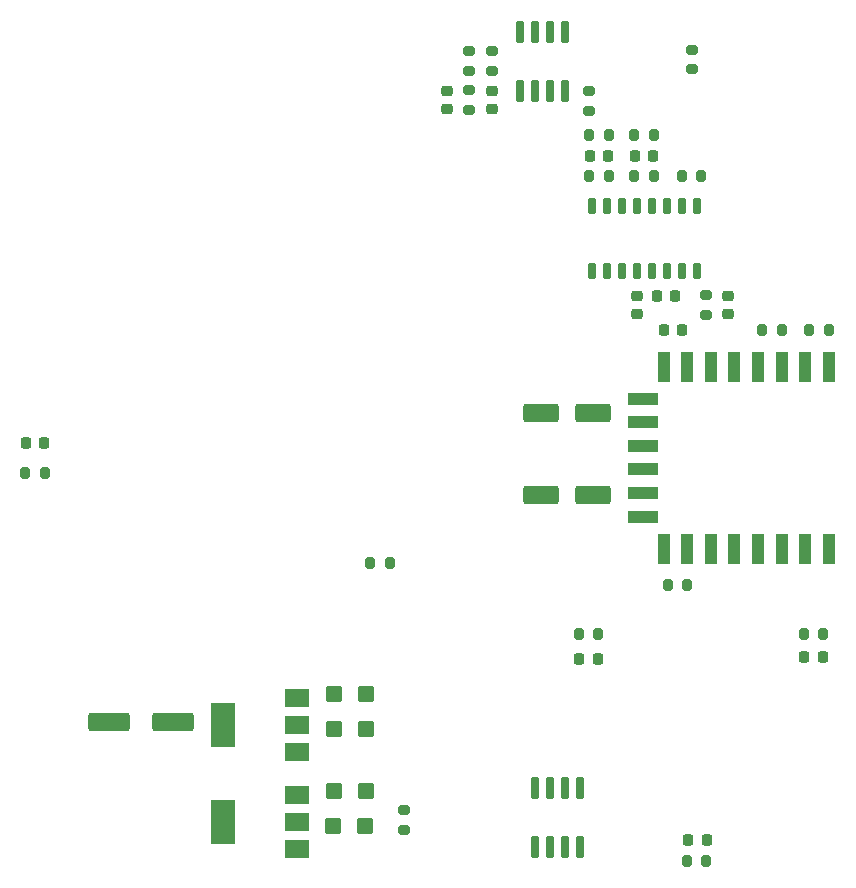
<source format=gtp>
G04 #@! TF.GenerationSoftware,KiCad,Pcbnew,7.0.8*
G04 #@! TF.CreationDate,2024-06-27T14:34:40-03:00*
G04 #@! TF.ProjectId,sensor_module,73656e73-6f72-45f6-9d6f-64756c652e6b,1.0*
G04 #@! TF.SameCoordinates,Original*
G04 #@! TF.FileFunction,Paste,Top*
G04 #@! TF.FilePolarity,Positive*
%FSLAX46Y46*%
G04 Gerber Fmt 4.6, Leading zero omitted, Abs format (unit mm)*
G04 Created by KiCad (PCBNEW 7.0.8) date 2024-06-27 14:34:40*
%MOMM*%
%LPD*%
G01*
G04 APERTURE LIST*
G04 Aperture macros list*
%AMRoundRect*
0 Rectangle with rounded corners*
0 $1 Rounding radius*
0 $2 $3 $4 $5 $6 $7 $8 $9 X,Y pos of 4 corners*
0 Add a 4 corners polygon primitive as box body*
4,1,4,$2,$3,$4,$5,$6,$7,$8,$9,$2,$3,0*
0 Add four circle primitives for the rounded corners*
1,1,$1+$1,$2,$3*
1,1,$1+$1,$4,$5*
1,1,$1+$1,$6,$7*
1,1,$1+$1,$8,$9*
0 Add four rect primitives between the rounded corners*
20,1,$1+$1,$2,$3,$4,$5,0*
20,1,$1+$1,$4,$5,$6,$7,0*
20,1,$1+$1,$6,$7,$8,$9,0*
20,1,$1+$1,$8,$9,$2,$3,0*%
G04 Aperture macros list end*
%ADD10RoundRect,0.200000X-0.275000X0.200000X-0.275000X-0.200000X0.275000X-0.200000X0.275000X0.200000X0*%
%ADD11RoundRect,0.200000X-0.200000X-0.275000X0.200000X-0.275000X0.200000X0.275000X-0.200000X0.275000X0*%
%ADD12RoundRect,0.200000X0.200000X0.275000X-0.200000X0.275000X-0.200000X-0.275000X0.200000X-0.275000X0*%
%ADD13RoundRect,0.250000X-0.450000X-0.425000X0.450000X-0.425000X0.450000X0.425000X-0.450000X0.425000X0*%
%ADD14RoundRect,0.225000X-0.250000X0.225000X-0.250000X-0.225000X0.250000X-0.225000X0.250000X0.225000X0*%
%ADD15RoundRect,0.150000X0.150000X-0.820000X0.150000X0.820000X-0.150000X0.820000X-0.150000X-0.820000X0*%
%ADD16R,2.000000X1.500000*%
%ADD17R,2.000000X3.800000*%
%ADD18R,1.100000X2.500000*%
%ADD19R,2.500000X1.100000*%
%ADD20RoundRect,0.200000X0.275000X-0.200000X0.275000X0.200000X-0.275000X0.200000X-0.275000X-0.200000X0*%
%ADD21RoundRect,0.218750X-0.218750X-0.256250X0.218750X-0.256250X0.218750X0.256250X-0.218750X0.256250X0*%
%ADD22RoundRect,0.225000X-0.225000X-0.250000X0.225000X-0.250000X0.225000X0.250000X-0.225000X0.250000X0*%
%ADD23RoundRect,0.225000X0.250000X-0.225000X0.250000X0.225000X-0.250000X0.225000X-0.250000X-0.225000X0*%
%ADD24RoundRect,0.250000X1.250000X0.550000X-1.250000X0.550000X-1.250000X-0.550000X1.250000X-0.550000X0*%
%ADD25RoundRect,0.225000X0.225000X0.250000X-0.225000X0.250000X-0.225000X-0.250000X0.225000X-0.250000X0*%
%ADD26RoundRect,0.250000X-1.250000X-0.550000X1.250000X-0.550000X1.250000X0.550000X-1.250000X0.550000X0*%
%ADD27RoundRect,0.218750X0.218750X0.256250X-0.218750X0.256250X-0.218750X-0.256250X0.218750X-0.256250X0*%
%ADD28RoundRect,0.250000X-1.500000X-0.550000X1.500000X-0.550000X1.500000X0.550000X-1.500000X0.550000X0*%
%ADD29RoundRect,0.077500X0.232500X-0.577500X0.232500X0.577500X-0.232500X0.577500X-0.232500X-0.577500X0*%
G04 APERTURE END LIST*
D10*
X169672000Y-73914000D03*
X169672000Y-75564000D03*
D11*
X164783000Y-81153000D03*
X166433000Y-81153000D03*
D12*
X161714000Y-123375000D03*
X160064000Y-123375000D03*
D13*
X139285999Y-139644000D03*
X141985999Y-139644000D03*
D14*
X172720000Y-94761000D03*
X172720000Y-96311000D03*
D15*
X155067000Y-77410000D03*
X156337000Y-77410000D03*
X157607000Y-77410000D03*
X158877000Y-77410000D03*
X158877000Y-72450000D03*
X157607000Y-72450000D03*
X156337000Y-72450000D03*
X155067000Y-72450000D03*
D16*
X136246000Y-133364000D03*
X136246000Y-131064000D03*
D17*
X129946000Y-131064000D03*
D16*
X136246000Y-128764000D03*
D18*
X181252500Y-100758000D03*
X179252500Y-100758000D03*
X177252500Y-100758000D03*
X175252500Y-100758000D03*
X173252500Y-100758000D03*
X171252500Y-100758000D03*
X169252500Y-100758000D03*
X167252500Y-100758000D03*
X167252500Y-116158000D03*
X169252500Y-116158000D03*
X171252500Y-116158000D03*
X173252500Y-116158000D03*
X175252500Y-116158000D03*
X177252500Y-116158000D03*
X179252500Y-116158000D03*
X181252500Y-116158000D03*
D19*
X165552500Y-103448000D03*
X165552500Y-105448000D03*
X165552500Y-107448000D03*
X165552500Y-109448000D03*
X165552500Y-111448000D03*
X165552500Y-113448000D03*
D14*
X152712004Y-77410001D03*
X152712004Y-78960001D03*
D20*
X150807006Y-75695000D03*
X150807006Y-74045000D03*
D21*
X160121500Y-125476000D03*
X161696500Y-125476000D03*
D10*
X152712004Y-74045000D03*
X152712004Y-75695000D03*
D12*
X169252504Y-119253000D03*
X167602504Y-119253000D03*
D11*
X142431000Y-117348000D03*
X144081000Y-117348000D03*
D22*
X161023000Y-82889498D03*
X162573000Y-82889498D03*
D23*
X148902003Y-78960001D03*
X148902003Y-77410001D03*
D24*
X161290000Y-104648000D03*
X156890000Y-104648000D03*
D12*
X162623001Y-84625998D03*
X160973001Y-84625998D03*
X170878000Y-142621000D03*
X169228000Y-142621000D03*
D11*
X179134000Y-123375001D03*
X180784000Y-123375001D03*
D15*
X156337000Y-141418000D03*
X157607000Y-141418000D03*
X158877000Y-141418000D03*
X160147000Y-141418000D03*
X160147000Y-136458000D03*
X158877000Y-136458000D03*
X157607000Y-136458000D03*
X156337000Y-136458000D03*
D14*
X164973000Y-94761000D03*
X164973000Y-96311000D03*
D13*
X139365999Y-131389000D03*
X142065999Y-131389000D03*
D25*
X166383000Y-82889498D03*
X164833000Y-82889498D03*
D10*
X145288000Y-138303000D03*
X145288000Y-139953000D03*
D22*
X167252501Y-97663001D03*
X168802501Y-97663001D03*
D11*
X164783000Y-84625998D03*
X166433000Y-84625998D03*
D26*
X156890000Y-111633000D03*
X161290000Y-111633000D03*
D13*
X139365999Y-136694000D03*
X142065999Y-136694000D03*
D12*
X162623001Y-81153000D03*
X160973001Y-81153000D03*
D22*
X166662999Y-94786000D03*
X168212999Y-94786000D03*
D11*
X113221000Y-109728000D03*
X114871000Y-109728000D03*
D12*
X170433000Y-84625998D03*
X168783000Y-84625998D03*
D13*
X139365999Y-128439000D03*
X142065999Y-128439000D03*
D16*
X136245999Y-141619000D03*
X136245999Y-139319000D03*
D17*
X129945999Y-139319000D03*
D16*
X136245999Y-137019000D03*
D27*
X114808000Y-107188000D03*
X113233000Y-107188000D03*
D28*
X120316000Y-130810000D03*
X125716000Y-130810000D03*
D11*
X179602504Y-97663000D03*
X181252504Y-97663000D03*
D20*
X160967002Y-79060000D03*
X160967002Y-77410000D03*
X150807006Y-79010001D03*
X150807006Y-77360001D03*
D21*
X169322000Y-140843000D03*
X170897000Y-140843000D03*
D10*
X170814999Y-94711000D03*
X170814999Y-96361000D03*
D11*
X175602501Y-97663001D03*
X177252501Y-97663001D03*
D29*
X161163000Y-92666000D03*
X162433000Y-92666000D03*
X163703000Y-92666000D03*
X164973000Y-92666000D03*
X166243000Y-92666000D03*
X167513000Y-92666000D03*
X168783000Y-92666000D03*
X170053000Y-92666000D03*
X170053000Y-87166000D03*
X168783000Y-87166000D03*
X167513000Y-87166000D03*
X166243000Y-87166000D03*
X164973000Y-87166000D03*
X163703000Y-87166000D03*
X162433000Y-87166000D03*
X161163000Y-87166000D03*
D27*
X180746500Y-125349000D03*
X179171500Y-125349000D03*
M02*

</source>
